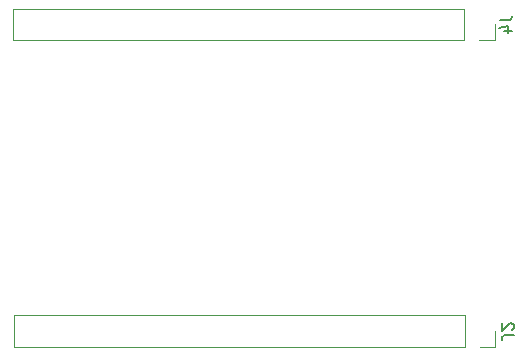
<source format=gbr>
%TF.GenerationSoftware,KiCad,Pcbnew,(5.1.9)-1*%
%TF.CreationDate,2021-03-23T14:30:04+01:00*%
%TF.ProjectId,Display Board,44697370-6c61-4792-9042-6f6172642e6b,rev?*%
%TF.SameCoordinates,Original*%
%TF.FileFunction,Legend,Bot*%
%TF.FilePolarity,Positive*%
%FSLAX46Y46*%
G04 Gerber Fmt 4.6, Leading zero omitted, Abs format (unit mm)*
G04 Created by KiCad (PCBNEW (5.1.9)-1) date 2021-03-23 14:30:04*
%MOMM*%
%LPD*%
G01*
G04 APERTURE LIST*
%ADD10C,0.120000*%
%ADD11C,0.150000*%
G04 APERTURE END LIST*
D10*
%TO.C,J2*%
X216560000Y-91370000D02*
X216560000Y-90040000D01*
X215230000Y-91370000D02*
X216560000Y-91370000D01*
X213960000Y-91370000D02*
X213960000Y-88710000D01*
X213960000Y-88710000D02*
X175800000Y-88710000D01*
X213960000Y-91370000D02*
X175800000Y-91370000D01*
X175800000Y-91370000D02*
X175800000Y-88710000D01*
%TO.C,J4*%
X175745000Y-65405000D02*
X175745000Y-62745000D01*
X213905000Y-65405000D02*
X175745000Y-65405000D01*
X213905000Y-62745000D02*
X175745000Y-62745000D01*
X213905000Y-65405000D02*
X213905000Y-62745000D01*
X215175000Y-65405000D02*
X216505000Y-65405000D01*
X216505000Y-65405000D02*
X216505000Y-64075000D01*
%TO.C,J2*%
D11*
X218107619Y-90373333D02*
X217393333Y-90373333D01*
X217250476Y-90420952D01*
X217155238Y-90516190D01*
X217107619Y-90659047D01*
X217107619Y-90754285D01*
X218012380Y-89944761D02*
X218060000Y-89897142D01*
X218107619Y-89801904D01*
X218107619Y-89563809D01*
X218060000Y-89468571D01*
X218012380Y-89420952D01*
X217917142Y-89373333D01*
X217821904Y-89373333D01*
X217679047Y-89420952D01*
X217107619Y-89992380D01*
X217107619Y-89373333D01*
%TO.C,J4*%
X216957380Y-63741666D02*
X217671666Y-63741666D01*
X217814523Y-63694047D01*
X217909761Y-63598809D01*
X217957380Y-63455952D01*
X217957380Y-63360714D01*
X217290714Y-64646428D02*
X217957380Y-64646428D01*
X216909761Y-64408333D02*
X217624047Y-64170238D01*
X217624047Y-64789285D01*
%TD*%
M02*

</source>
